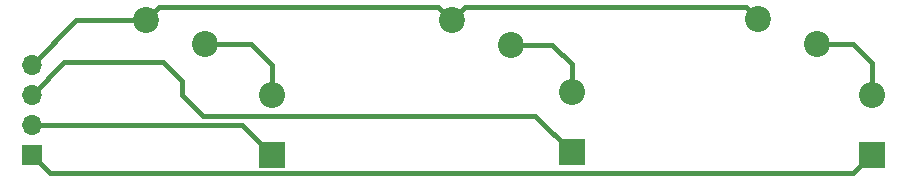
<source format=gbr>
%TF.GenerationSoftware,KiCad,Pcbnew,(7.0.0)*%
%TF.CreationDate,2023-05-23T21:52:26+07:00*%
%TF.ProjectId,bottom_keyboard_pcb,626f7474-6f6d-45f6-9b65-79626f617264,rev?*%
%TF.SameCoordinates,Original*%
%TF.FileFunction,Copper,L2,Bot*%
%TF.FilePolarity,Positive*%
%FSLAX46Y46*%
G04 Gerber Fmt 4.6, Leading zero omitted, Abs format (unit mm)*
G04 Created by KiCad (PCBNEW (7.0.0)) date 2023-05-23 21:52:26*
%MOMM*%
%LPD*%
G01*
G04 APERTURE LIST*
%TA.AperFunction,ComponentPad*%
%ADD10C,2.200000*%
%TD*%
%TA.AperFunction,ComponentPad*%
%ADD11R,2.200000X2.200000*%
%TD*%
%TA.AperFunction,ComponentPad*%
%ADD12O,2.200000X2.200000*%
%TD*%
%TA.AperFunction,ComponentPad*%
%ADD13R,1.700000X1.700000*%
%TD*%
%TA.AperFunction,ComponentPad*%
%ADD14O,1.700000X1.700000*%
%TD*%
%TA.AperFunction,Conductor*%
%ADD15C,0.400000*%
%TD*%
G04 APERTURE END LIST*
D10*
%TO.P,SW3,1,A*%
%TO.N,/MATRIX_O1*%
X165605515Y-91408023D03*
%TO.P,SW3,2,B*%
%TO.N,Net-(D2-A)*%
X170605515Y-93508023D03*
%TD*%
%TO.P,SW2,1,A*%
%TO.N,/MATRIX_O1*%
X113795261Y-91442103D03*
%TO.P,SW2,2,B*%
%TO.N,Net-(D1-A)*%
X118795261Y-93542103D03*
%TD*%
%TO.P,SW1,1,A*%
%TO.N,/MATRIX_O1*%
X139740000Y-91500000D03*
%TO.P,SW1,2,B*%
%TO.N,Net-(D3-A)*%
X144740000Y-93600000D03*
%TD*%
D11*
%TO.P,D3,1,K*%
%TO.N,Net-(D3-K)*%
X149859999Y-102652182D03*
D12*
%TO.P,D3,2,A*%
%TO.N,Net-(D3-A)*%
X149859999Y-97572182D03*
%TD*%
D11*
%TO.P,D2,1,K*%
%TO.N,Net-(D2-K)*%
X175259999Y-102869999D03*
D12*
%TO.P,D2,2,A*%
%TO.N,Net-(D2-A)*%
X175259999Y-97789999D03*
%TD*%
D13*
%TO.P,J1,1,Pin_1*%
%TO.N,Net-(D2-K)*%
X104139999Y-102859999D03*
D14*
%TO.P,J1,2,Pin_2*%
%TO.N,Net-(D1-K)*%
X104139999Y-100319999D03*
%TO.P,J1,3,Pin_3*%
%TO.N,Net-(D3-K)*%
X104139999Y-97779999D03*
%TO.P,J1,4,Pin_4*%
%TO.N,/MATRIX_O1*%
X104139999Y-95239999D03*
%TD*%
D11*
%TO.P,D1,1,K*%
%TO.N,Net-(D1-K)*%
X124459999Y-102869999D03*
D12*
%TO.P,D1,2,A*%
%TO.N,Net-(D1-A)*%
X124459999Y-97789999D03*
%TD*%
D15*
%TO.N,Net-(D2-A)*%
X173648023Y-93508023D02*
X175260000Y-95120000D01*
X175260000Y-95120000D02*
X175260000Y-97790000D01*
X170605515Y-93508023D02*
X173648023Y-93508023D01*
%TO.N,Net-(D3-A)*%
X148240000Y-93600000D02*
X149860000Y-95220000D01*
X144740000Y-93600000D02*
X148240000Y-93600000D01*
X149860000Y-95220000D02*
X149860000Y-97572183D01*
%TO.N,Net-(D1-A)*%
X124460000Y-95320000D02*
X124460000Y-97790000D01*
X122682103Y-93542103D02*
X124460000Y-95320000D01*
X118795261Y-93542103D02*
X122682103Y-93542103D01*
%TO.N,/MATRIX_O1*%
X164597493Y-90400001D02*
X165605515Y-91408023D01*
X140839999Y-90400001D02*
X164597493Y-90400001D01*
X139740000Y-91500000D02*
X140839999Y-90400001D01*
X138582104Y-90342104D02*
X139740000Y-91500000D01*
X114895260Y-90342104D02*
X138582104Y-90342104D01*
X113795261Y-91442103D02*
X114895260Y-90342104D01*
X107937897Y-91442103D02*
X113795261Y-91442103D01*
X104140000Y-95240000D02*
X107937897Y-91442103D01*
%TO.N,Net-(D1-K)*%
X121910000Y-100320000D02*
X104140000Y-100320000D01*
X124460000Y-102870000D02*
X121910000Y-100320000D01*
%TO.N,Net-(D2-K)*%
X173677817Y-104452183D02*
X105732183Y-104452183D01*
X175260000Y-102870000D02*
X173677817Y-104452183D01*
X105732183Y-104452183D02*
X104140000Y-102860000D01*
%TO.N,Net-(D3-K)*%
X116840000Y-96605887D02*
X115234113Y-95000000D01*
X149860000Y-102652183D02*
X146797817Y-99590000D01*
X146797817Y-99590000D02*
X118640000Y-99590000D01*
X118640000Y-99590000D02*
X116840000Y-97790000D01*
X116840000Y-97790000D02*
X116840000Y-96605887D01*
X115234113Y-95000000D02*
X106920000Y-95000000D01*
X106920000Y-95000000D02*
X104140000Y-97780000D01*
%TD*%
M02*

</source>
